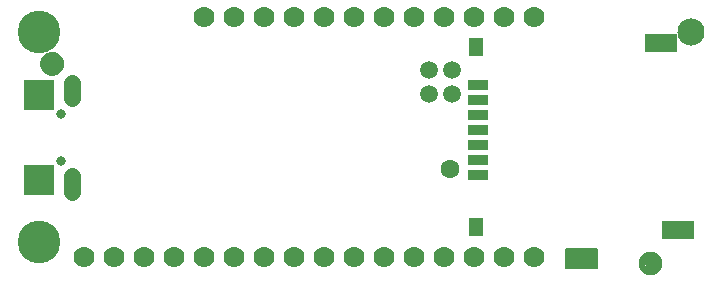
<source format=gbr>
G04 EAGLE Gerber RS-274X export*
G75*
%MOMM*%
%FSLAX34Y34*%
%LPD*%
%INSoldermask Bottom*%
%IPPOS*%
%AMOC8*
5,1,8,0,0,1.08239X$1,22.5*%
G01*
%ADD10C,2.301600*%
%ADD11C,3.617600*%
%ADD12C,0.801600*%
%ADD13R,2.601600X2.601600*%
%ADD14C,1.409600*%
%ADD15C,1.778000*%
%ADD16R,2.801600X1.601600*%
%ADD17R,1.801600X0.851600*%
%ADD18R,1.151600X1.501600*%
%ADD19C,1.509600*%
%ADD20C,1.101600*%
%ADD21C,0.500000*%
%ADD22R,1.270000X1.701800*%
%ADD23R,0.736600X0.304800*%
%ADD24C,1.601600*%

G36*
X497958Y2556D02*
X497958Y2556D01*
X498077Y2563D01*
X498115Y2576D01*
X498156Y2581D01*
X498266Y2624D01*
X498379Y2661D01*
X498414Y2683D01*
X498451Y2698D01*
X498547Y2768D01*
X498648Y2831D01*
X498676Y2861D01*
X498709Y2884D01*
X498785Y2976D01*
X498866Y3063D01*
X498886Y3098D01*
X498911Y3129D01*
X498962Y3237D01*
X499020Y3341D01*
X499030Y3381D01*
X499047Y3417D01*
X499069Y3534D01*
X499099Y3649D01*
X499103Y3710D01*
X499107Y3730D01*
X499105Y3750D01*
X499109Y3810D01*
X499109Y19050D01*
X499094Y19168D01*
X499087Y19287D01*
X499074Y19325D01*
X499069Y19366D01*
X499026Y19476D01*
X498989Y19589D01*
X498967Y19624D01*
X498952Y19661D01*
X498883Y19757D01*
X498819Y19858D01*
X498789Y19886D01*
X498766Y19919D01*
X498674Y19995D01*
X498587Y20076D01*
X498552Y20096D01*
X498521Y20121D01*
X498413Y20172D01*
X498309Y20230D01*
X498269Y20240D01*
X498233Y20257D01*
X498116Y20279D01*
X498001Y20309D01*
X497941Y20313D01*
X497921Y20317D01*
X497900Y20315D01*
X497840Y20319D01*
X472440Y20319D01*
X472322Y20304D01*
X472203Y20297D01*
X472165Y20284D01*
X472124Y20279D01*
X472014Y20236D01*
X471901Y20199D01*
X471866Y20177D01*
X471829Y20162D01*
X471733Y20093D01*
X471632Y20029D01*
X471604Y19999D01*
X471571Y19976D01*
X471496Y19884D01*
X471414Y19797D01*
X471394Y19762D01*
X471369Y19731D01*
X471318Y19623D01*
X471260Y19519D01*
X471250Y19479D01*
X471233Y19443D01*
X471211Y19326D01*
X471181Y19211D01*
X471177Y19151D01*
X471173Y19131D01*
X471174Y19124D01*
X471173Y19122D01*
X471174Y19106D01*
X471171Y19050D01*
X471171Y3810D01*
X471186Y3692D01*
X471193Y3573D01*
X471206Y3535D01*
X471211Y3494D01*
X471254Y3384D01*
X471291Y3271D01*
X471313Y3236D01*
X471328Y3199D01*
X471398Y3103D01*
X471461Y3002D01*
X471491Y2974D01*
X471514Y2941D01*
X471606Y2866D01*
X471693Y2784D01*
X471728Y2764D01*
X471759Y2739D01*
X471867Y2688D01*
X471971Y2630D01*
X472011Y2620D01*
X472047Y2603D01*
X472164Y2581D01*
X472279Y2551D01*
X472340Y2547D01*
X472360Y2543D01*
X472380Y2545D01*
X472440Y2541D01*
X497840Y2541D01*
X497958Y2556D01*
G37*
D10*
X577850Y203200D03*
D11*
X25400Y203200D03*
X25400Y25400D03*
D12*
X44450Y133800D03*
X44450Y94800D03*
D13*
X25450Y78300D03*
X25450Y150300D03*
D14*
X53450Y147300D02*
X53450Y160380D01*
X53450Y81300D02*
X53450Y68220D01*
D15*
X444500Y12700D03*
X419100Y12700D03*
X393700Y12700D03*
X368300Y12700D03*
X342900Y12700D03*
X317500Y12700D03*
X292100Y12700D03*
X266700Y12700D03*
X241300Y12700D03*
X215900Y12700D03*
X190500Y12700D03*
X165100Y12700D03*
X139700Y12700D03*
X114300Y12700D03*
X88900Y12700D03*
X63500Y12700D03*
X165100Y215900D03*
X190500Y215900D03*
X215900Y215900D03*
X241300Y215900D03*
X266700Y215900D03*
X292100Y215900D03*
X317500Y215900D03*
X342900Y215900D03*
X368300Y215900D03*
X393700Y215900D03*
X419100Y215900D03*
X444500Y215900D03*
D16*
X566420Y35560D03*
X552220Y194160D03*
D17*
X397820Y82460D03*
D18*
X395820Y38860D03*
D17*
X397820Y95160D03*
X397820Y107860D03*
X397820Y120560D03*
X397820Y133260D03*
X397820Y145960D03*
X397820Y158660D03*
D18*
X395820Y190860D03*
D19*
X355760Y171450D03*
X375760Y171450D03*
X355760Y151130D03*
X375760Y151130D03*
D20*
X36830Y176530D03*
D21*
X44330Y176530D02*
X44328Y176711D01*
X44321Y176892D01*
X44310Y177073D01*
X44295Y177254D01*
X44275Y177434D01*
X44251Y177614D01*
X44223Y177793D01*
X44190Y177971D01*
X44153Y178148D01*
X44112Y178325D01*
X44067Y178500D01*
X44017Y178675D01*
X43963Y178848D01*
X43905Y179019D01*
X43843Y179190D01*
X43776Y179358D01*
X43706Y179525D01*
X43632Y179691D01*
X43553Y179854D01*
X43471Y180015D01*
X43385Y180175D01*
X43295Y180332D01*
X43201Y180487D01*
X43104Y180640D01*
X43002Y180790D01*
X42898Y180938D01*
X42789Y181084D01*
X42678Y181226D01*
X42562Y181366D01*
X42444Y181503D01*
X42322Y181638D01*
X42197Y181769D01*
X42069Y181897D01*
X41938Y182022D01*
X41803Y182144D01*
X41666Y182262D01*
X41526Y182378D01*
X41384Y182489D01*
X41238Y182598D01*
X41090Y182702D01*
X40940Y182804D01*
X40787Y182901D01*
X40632Y182995D01*
X40475Y183085D01*
X40315Y183171D01*
X40154Y183253D01*
X39991Y183332D01*
X39825Y183406D01*
X39658Y183476D01*
X39490Y183543D01*
X39319Y183605D01*
X39148Y183663D01*
X38975Y183717D01*
X38800Y183767D01*
X38625Y183812D01*
X38448Y183853D01*
X38271Y183890D01*
X38093Y183923D01*
X37914Y183951D01*
X37734Y183975D01*
X37554Y183995D01*
X37373Y184010D01*
X37192Y184021D01*
X37011Y184028D01*
X36830Y184030D01*
X36649Y184028D01*
X36468Y184021D01*
X36287Y184010D01*
X36106Y183995D01*
X35926Y183975D01*
X35746Y183951D01*
X35567Y183923D01*
X35389Y183890D01*
X35212Y183853D01*
X35035Y183812D01*
X34860Y183767D01*
X34685Y183717D01*
X34512Y183663D01*
X34341Y183605D01*
X34170Y183543D01*
X34002Y183476D01*
X33835Y183406D01*
X33669Y183332D01*
X33506Y183253D01*
X33345Y183171D01*
X33185Y183085D01*
X33028Y182995D01*
X32873Y182901D01*
X32720Y182804D01*
X32570Y182702D01*
X32422Y182598D01*
X32276Y182489D01*
X32134Y182378D01*
X31994Y182262D01*
X31857Y182144D01*
X31722Y182022D01*
X31591Y181897D01*
X31463Y181769D01*
X31338Y181638D01*
X31216Y181503D01*
X31098Y181366D01*
X30982Y181226D01*
X30871Y181084D01*
X30762Y180938D01*
X30658Y180790D01*
X30556Y180640D01*
X30459Y180487D01*
X30365Y180332D01*
X30275Y180175D01*
X30189Y180015D01*
X30107Y179854D01*
X30028Y179691D01*
X29954Y179525D01*
X29884Y179358D01*
X29817Y179190D01*
X29755Y179019D01*
X29697Y178848D01*
X29643Y178675D01*
X29593Y178500D01*
X29548Y178325D01*
X29507Y178148D01*
X29470Y177971D01*
X29437Y177793D01*
X29409Y177614D01*
X29385Y177434D01*
X29365Y177254D01*
X29350Y177073D01*
X29339Y176892D01*
X29332Y176711D01*
X29330Y176530D01*
X29332Y176349D01*
X29339Y176168D01*
X29350Y175987D01*
X29365Y175806D01*
X29385Y175626D01*
X29409Y175446D01*
X29437Y175267D01*
X29470Y175089D01*
X29507Y174912D01*
X29548Y174735D01*
X29593Y174560D01*
X29643Y174385D01*
X29697Y174212D01*
X29755Y174041D01*
X29817Y173870D01*
X29884Y173702D01*
X29954Y173535D01*
X30028Y173369D01*
X30107Y173206D01*
X30189Y173045D01*
X30275Y172885D01*
X30365Y172728D01*
X30459Y172573D01*
X30556Y172420D01*
X30658Y172270D01*
X30762Y172122D01*
X30871Y171976D01*
X30982Y171834D01*
X31098Y171694D01*
X31216Y171557D01*
X31338Y171422D01*
X31463Y171291D01*
X31591Y171163D01*
X31722Y171038D01*
X31857Y170916D01*
X31994Y170798D01*
X32134Y170682D01*
X32276Y170571D01*
X32422Y170462D01*
X32570Y170358D01*
X32720Y170256D01*
X32873Y170159D01*
X33028Y170065D01*
X33185Y169975D01*
X33345Y169889D01*
X33506Y169807D01*
X33669Y169728D01*
X33835Y169654D01*
X34002Y169584D01*
X34170Y169517D01*
X34341Y169455D01*
X34512Y169397D01*
X34685Y169343D01*
X34860Y169293D01*
X35035Y169248D01*
X35212Y169207D01*
X35389Y169170D01*
X35567Y169137D01*
X35746Y169109D01*
X35926Y169085D01*
X36106Y169065D01*
X36287Y169050D01*
X36468Y169039D01*
X36649Y169032D01*
X36830Y169030D01*
X37011Y169032D01*
X37192Y169039D01*
X37373Y169050D01*
X37554Y169065D01*
X37734Y169085D01*
X37914Y169109D01*
X38093Y169137D01*
X38271Y169170D01*
X38448Y169207D01*
X38625Y169248D01*
X38800Y169293D01*
X38975Y169343D01*
X39148Y169397D01*
X39319Y169455D01*
X39490Y169517D01*
X39658Y169584D01*
X39825Y169654D01*
X39991Y169728D01*
X40154Y169807D01*
X40315Y169889D01*
X40475Y169975D01*
X40632Y170065D01*
X40787Y170159D01*
X40940Y170256D01*
X41090Y170358D01*
X41238Y170462D01*
X41384Y170571D01*
X41526Y170682D01*
X41666Y170798D01*
X41803Y170916D01*
X41938Y171038D01*
X42069Y171163D01*
X42197Y171291D01*
X42322Y171422D01*
X42444Y171557D01*
X42562Y171694D01*
X42678Y171834D01*
X42789Y171976D01*
X42898Y172122D01*
X43002Y172270D01*
X43104Y172420D01*
X43201Y172573D01*
X43295Y172728D01*
X43385Y172885D01*
X43471Y173045D01*
X43553Y173206D01*
X43632Y173369D01*
X43706Y173535D01*
X43776Y173702D01*
X43843Y173870D01*
X43905Y174041D01*
X43963Y174212D01*
X44017Y174385D01*
X44067Y174560D01*
X44112Y174735D01*
X44153Y174912D01*
X44190Y175089D01*
X44223Y175267D01*
X44251Y175446D01*
X44275Y175626D01*
X44295Y175806D01*
X44310Y175987D01*
X44321Y176168D01*
X44328Y176349D01*
X44330Y176530D01*
D20*
X543560Y7620D03*
D21*
X551060Y7620D02*
X551058Y7801D01*
X551051Y7982D01*
X551040Y8163D01*
X551025Y8344D01*
X551005Y8524D01*
X550981Y8704D01*
X550953Y8883D01*
X550920Y9061D01*
X550883Y9238D01*
X550842Y9415D01*
X550797Y9590D01*
X550747Y9765D01*
X550693Y9938D01*
X550635Y10109D01*
X550573Y10280D01*
X550506Y10448D01*
X550436Y10615D01*
X550362Y10781D01*
X550283Y10944D01*
X550201Y11105D01*
X550115Y11265D01*
X550025Y11422D01*
X549931Y11577D01*
X549834Y11730D01*
X549732Y11880D01*
X549628Y12028D01*
X549519Y12174D01*
X549408Y12316D01*
X549292Y12456D01*
X549174Y12593D01*
X549052Y12728D01*
X548927Y12859D01*
X548799Y12987D01*
X548668Y13112D01*
X548533Y13234D01*
X548396Y13352D01*
X548256Y13468D01*
X548114Y13579D01*
X547968Y13688D01*
X547820Y13792D01*
X547670Y13894D01*
X547517Y13991D01*
X547362Y14085D01*
X547205Y14175D01*
X547045Y14261D01*
X546884Y14343D01*
X546721Y14422D01*
X546555Y14496D01*
X546388Y14566D01*
X546220Y14633D01*
X546049Y14695D01*
X545878Y14753D01*
X545705Y14807D01*
X545530Y14857D01*
X545355Y14902D01*
X545178Y14943D01*
X545001Y14980D01*
X544823Y15013D01*
X544644Y15041D01*
X544464Y15065D01*
X544284Y15085D01*
X544103Y15100D01*
X543922Y15111D01*
X543741Y15118D01*
X543560Y15120D01*
X543379Y15118D01*
X543198Y15111D01*
X543017Y15100D01*
X542836Y15085D01*
X542656Y15065D01*
X542476Y15041D01*
X542297Y15013D01*
X542119Y14980D01*
X541942Y14943D01*
X541765Y14902D01*
X541590Y14857D01*
X541415Y14807D01*
X541242Y14753D01*
X541071Y14695D01*
X540900Y14633D01*
X540732Y14566D01*
X540565Y14496D01*
X540399Y14422D01*
X540236Y14343D01*
X540075Y14261D01*
X539915Y14175D01*
X539758Y14085D01*
X539603Y13991D01*
X539450Y13894D01*
X539300Y13792D01*
X539152Y13688D01*
X539006Y13579D01*
X538864Y13468D01*
X538724Y13352D01*
X538587Y13234D01*
X538452Y13112D01*
X538321Y12987D01*
X538193Y12859D01*
X538068Y12728D01*
X537946Y12593D01*
X537828Y12456D01*
X537712Y12316D01*
X537601Y12174D01*
X537492Y12028D01*
X537388Y11880D01*
X537286Y11730D01*
X537189Y11577D01*
X537095Y11422D01*
X537005Y11265D01*
X536919Y11105D01*
X536837Y10944D01*
X536758Y10781D01*
X536684Y10615D01*
X536614Y10448D01*
X536547Y10280D01*
X536485Y10109D01*
X536427Y9938D01*
X536373Y9765D01*
X536323Y9590D01*
X536278Y9415D01*
X536237Y9238D01*
X536200Y9061D01*
X536167Y8883D01*
X536139Y8704D01*
X536115Y8524D01*
X536095Y8344D01*
X536080Y8163D01*
X536069Y7982D01*
X536062Y7801D01*
X536060Y7620D01*
X536062Y7439D01*
X536069Y7258D01*
X536080Y7077D01*
X536095Y6896D01*
X536115Y6716D01*
X536139Y6536D01*
X536167Y6357D01*
X536200Y6179D01*
X536237Y6002D01*
X536278Y5825D01*
X536323Y5650D01*
X536373Y5475D01*
X536427Y5302D01*
X536485Y5131D01*
X536547Y4960D01*
X536614Y4792D01*
X536684Y4625D01*
X536758Y4459D01*
X536837Y4296D01*
X536919Y4135D01*
X537005Y3975D01*
X537095Y3818D01*
X537189Y3663D01*
X537286Y3510D01*
X537388Y3360D01*
X537492Y3212D01*
X537601Y3066D01*
X537712Y2924D01*
X537828Y2784D01*
X537946Y2647D01*
X538068Y2512D01*
X538193Y2381D01*
X538321Y2253D01*
X538452Y2128D01*
X538587Y2006D01*
X538724Y1888D01*
X538864Y1772D01*
X539006Y1661D01*
X539152Y1552D01*
X539300Y1448D01*
X539450Y1346D01*
X539603Y1249D01*
X539758Y1155D01*
X539915Y1065D01*
X540075Y979D01*
X540236Y897D01*
X540399Y818D01*
X540565Y744D01*
X540732Y674D01*
X540900Y607D01*
X541071Y545D01*
X541242Y487D01*
X541415Y433D01*
X541590Y383D01*
X541765Y338D01*
X541942Y297D01*
X542119Y260D01*
X542297Y227D01*
X542476Y199D01*
X542656Y175D01*
X542836Y155D01*
X543017Y140D01*
X543198Y129D01*
X543379Y122D01*
X543560Y120D01*
X543741Y122D01*
X543922Y129D01*
X544103Y140D01*
X544284Y155D01*
X544464Y175D01*
X544644Y199D01*
X544823Y227D01*
X545001Y260D01*
X545178Y297D01*
X545355Y338D01*
X545530Y383D01*
X545705Y433D01*
X545878Y487D01*
X546049Y545D01*
X546220Y607D01*
X546388Y674D01*
X546555Y744D01*
X546721Y818D01*
X546884Y897D01*
X547045Y979D01*
X547205Y1065D01*
X547362Y1155D01*
X547517Y1249D01*
X547670Y1346D01*
X547820Y1448D01*
X547968Y1552D01*
X548114Y1661D01*
X548256Y1772D01*
X548396Y1888D01*
X548533Y2006D01*
X548668Y2128D01*
X548799Y2253D01*
X548927Y2381D01*
X549052Y2512D01*
X549174Y2647D01*
X549292Y2784D01*
X549408Y2924D01*
X549519Y3066D01*
X549628Y3212D01*
X549732Y3360D01*
X549834Y3510D01*
X549931Y3663D01*
X550025Y3818D01*
X550115Y3975D01*
X550201Y4135D01*
X550283Y4296D01*
X550362Y4459D01*
X550436Y4625D01*
X550506Y4792D01*
X550573Y4960D01*
X550635Y5131D01*
X550693Y5302D01*
X550747Y5475D01*
X550797Y5650D01*
X550842Y5825D01*
X550883Y6002D01*
X550920Y6179D01*
X550953Y6357D01*
X550981Y6536D01*
X551005Y6716D01*
X551025Y6896D01*
X551040Y7077D01*
X551051Y7258D01*
X551058Y7439D01*
X551060Y7620D01*
D22*
X492760Y11430D03*
X477520Y11430D03*
D23*
X485140Y11430D03*
D24*
X373380Y87630D03*
M02*

</source>
